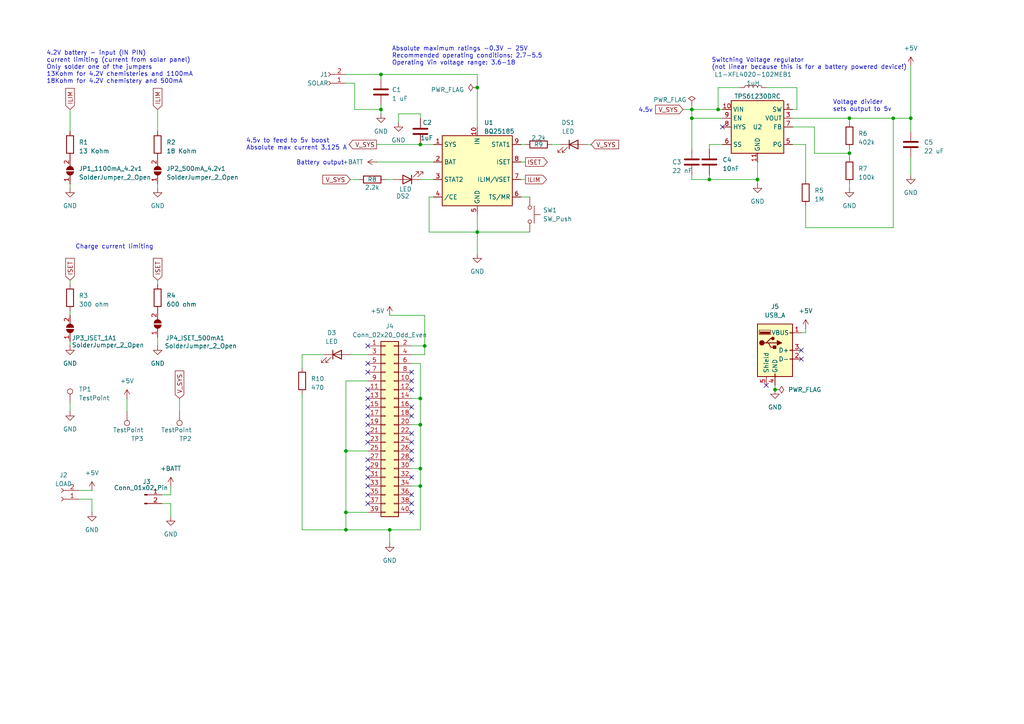
<source format=kicad_sch>
(kicad_sch (version 20250114) (generator "eeschema") (generator_version "9.0")
  (paper "A4")
  (lib_symbols
    (symbol "+5V_1" (power) (pin_numbers (hide yes)) (pin_names (offset 0) (hide yes))
      (property "Value" "+5V" (at 0 3.556 0))
      (symbol "+5V_1_0_1"
        (polyline (pts (xy -0.762 1.27) (xy 0 2.54)))
        (polyline (pts (xy 0 2.54) (xy 0.762 1.27)))
        (polyline (pts (xy 0 0) (xy 0 2.54)))
      )
      (symbol "+5V_1_1_1"
        (pin power_in line (at 0 0 90) (length 0) (name "~") (number "1"))
      )
    )
    (symbol "+5V_2" (power) (pin_numbers (hide yes)) (pin_names (offset 0) (hide yes))
      (property "Value" "+5V" (at 0 3.556 0))
      (symbol "+5V_2_0_1"
        (polyline (pts (xy -0.762 1.27) (xy 0 2.54)))
        (polyline (pts (xy 0 2.54) (xy 0.762 1.27)))
        (polyline (pts (xy 0 0) (xy 0 2.54)))
      )
      (symbol "+5V_2_1_1"
        (pin power_in line (at 0 0 90) (length 0) (name "~") (number "1"))
      )
    )
    (symbol "+5V_3" (power) (pin_numbers (hide yes)) (pin_names (offset 0) (hide yes))
      (property "Value" "+5V" (at 0 3.556 0))
      (symbol "+5V_3_0_1"
        (polyline (pts (xy -0.762 1.27) (xy 0 2.54)))
        (polyline (pts (xy 0 2.54) (xy 0.762 1.27)))
        (polyline (pts (xy 0 0) (xy 0 2.54)))
      )
      (symbol "+5V_3_1_1"
        (pin power_in line (at 0 0 90) (length 0) (name "~") (number "1"))
      )
    )
    (symbol "+5V_4" (power) (pin_numbers (hide yes)) (pin_names (offset 0) (hide yes))
      (property "Value" "+5V" (at 0 3.556 0))
      (symbol "+5V_4_0_1"
        (polyline (pts (xy -0.762 1.27) (xy 0 2.54)))
        (polyline (pts (xy 0 2.54) (xy 0.762 1.27)))
        (polyline (pts (xy 0 0) (xy 0 2.54)))
      )
      (symbol "+5V_4_1_1"
        (pin power_in line (at 0 0 90) (length 0) (name "~") (number "1"))
      )
    )
    (symbol "+BATT_1" (power) (pin_numbers (hide yes)) (pin_names (offset 0) (hide yes))
      (property "Value" "+BATT" (at 0 3.556 0))
      (symbol "+BATT_1_0_1"
        (polyline (pts (xy -0.762 1.27) (xy 0 2.54)))
        (polyline (pts (xy 0 2.54) (xy 0.762 1.27)))
        (polyline (pts (xy 0 0) (xy 0 2.54)))
      )
      (symbol "+BATT_1_1_1"
        (pin power_in line (at 0 0 90) (length 0) (name "~") (number "1"))
      )
    )
    (symbol "Battery_Management:BQ25185"
      (property "Reference" "U" (at -10.16 16.51 0))
      (property "Value" "BQ25185" (at 6.35 16.51 0))
      (symbol "BQ25185_1_1"
        (rectangle (start -10.16 10.16) (end 10.16 -10.16) (stroke (width 0.254)) (fill (type background)))
        (pin power_in line (at -12.7 7.62 0) (length 2.54) (name "SYS") (number "1"))
        (pin power_out line (at -12.7 2.54 0) (length 2.54) (name "BAT") (number "2"))
        (pin output line (at -12.7 -2.54 0) (length 2.54) (name "STAT2") (number "3"))
        (pin input line (at -12.7 -7.62 0) (length 2.54) (name "/CE") (number "4"))
        (pin power_in line (at 0 12.7 270) (length 2.54) (name "IN") (number "10"))
        (pin power_in line (at 0 -12.7 90) (length 2.54) (name "GND") (number "5"))
        (pin output line (at 12.7 7.62 180) (length 2.54) (name "STAT1") (number "9"))
        (pin bidirectional line (at 12.7 2.54 180) (length 2.54) (name "ISET") (number "8"))
        (pin bidirectional line (at 12.7 -2.54 180) (length 2.54) (name "ILIM/VSET") (number "7"))
        (pin bidirectional line (at 12.7 -7.62 180) (length 2.54) (name "TS/MR") (number "6"))
      )
    )
    (symbol "Connector:Conn_01x02_Pin" (pin_names (offset 1.016) (hide yes))
      (property "Reference" "J" (at 0 2.54 0))
      (property "Value" "Conn_01x02_Pin" (at 0 -5.08 0))
      (symbol "Conn_01x02_Pin_1_1"
        (rectangle (start 0.8636 0.127) (end 0 -0.127) (stroke (width 0.1524)) (fill (type outline)))
        (rectangle (start 0.8636 -2.413) (end 0 -2.667) (stroke (width 0.1524)) (fill (type outline)))
        (polyline (pts (xy 1.27 0) (xy 0.8636 0)) (stroke (width 0.1524)))
        (polyline (pts (xy 1.27 -2.54) (xy 0.8636 -2.54)) (stroke (width 0.1524)))
        (pin passive line (at 5.08 0 180) (length 3.81) (name "Pin_1") (number "1"))
        (pin passive line (at 5.08 -2.54 180) (length 3.81) (name "Pin_2") (number "2"))
      )
    )
    (symbol "Connector:Conn_01x02_Socket" (pin_names (offset 1.016) (hide yes))
      (property "Reference" "J" (at 0 2.54 0))
      (property "Value" "Conn_01x02_Socket" (at 0 -5.08 0))
      (symbol "Conn_01x02_Socket_1_1"
        (polyline (pts (xy -1.27 0) (xy -0.508 0)) (stroke (width 0.1524)))
        (polyline (pts (xy -1.27 -2.54) (xy -0.508 -2.54)) (stroke (width 0.1524)))
        (arc (start 0 -0.508) (mid -0.5058 0) (end 0 0.508) (stroke (width 0.1524)))
        (arc (start 0 -3.048) (mid -0.5058 -2.54) (end 0 -2.032) (stroke (width 0.1524)))
        (pin passive line (at -5.08 0 0) (length 3.81) (name "Pin_1") (number "1"))
        (pin passive line (at -5.08 -2.54 0) (length 3.81) (name "Pin_2") (number "2"))
      )
    )
    (symbol "Connector:TestPoint" (pin_numbers (hide yes)) (pin_names (offset 0.762) (hide yes))
      (property "Reference" "TP" (at 0 6.858 0))
      (property "Value" "TestPoint" (at 0 5.08 0))
      (symbol "TestPoint_0_1"
        (circle (center 0 3.302) (radius 0.762))
      )
      (symbol "TestPoint_1_1"
        (pin passive line (at 0 0 90) (length 2.54) (name "1") (number "1"))
      )
    )
    (symbol "Connector:USB_A" (pin_names (offset 1.016))
      (property "Reference" "J" (at -5.08 11.43 0))
      (property "Value" "USB_A" (at -5.08 8.89 0))
      (symbol "USB_A_0_1"
        (rectangle (start -5.08 -7.62) (end 5.08 7.62) (stroke (width 0.254)) (fill (type background)))
        (circle (center -3.81 2.159) (radius 0.635) (stroke (width 0.254)) (fill (type outline)))
        (polyline (pts (xy -3.175 2.159) (xy -2.54 2.159) (xy -1.27 3.429) (xy -0.635 3.429)) (stroke (width 0.254)))
        (polyline (pts (xy -2.54 2.159) (xy -1.905 2.159) (xy -1.27 0.889) (xy 0 0.889)) (stroke (width 0.254)))
        (rectangle (start -1.524 4.826) (end -4.318 5.334) (fill (type outline)))
        (rectangle (start -1.27 4.572) (end -4.572 5.842))
        (circle (center -0.635 3.429) (radius 0.381) (stroke (width 0.254)) (fill (type outline)))
        (rectangle (start -0.127 -7.62) (end 0.127 -6.858))
        (rectangle (start 0.254 1.27) (end -0.508 0.508) (stroke (width 0.254)) (fill (type outline)))
        (polyline (pts (xy 0.635 2.794) (xy 0.635 1.524) (xy 1.905 2.159) (xy 0.635 2.794)) (stroke (width 0.254)) (fill (type outline)))
        (rectangle (start 5.08 4.953) (end 4.318 5.207))
        (rectangle (start 5.08 -0.127) (end 4.318 0.127))
        (rectangle (start 5.08 -2.667) (end 4.318 -2.413))
      )
      (symbol "USB_A_1_1"
        (polyline (pts (xy -1.905 2.159) (xy 0.635 2.159)) (stroke (width 0.254)))
        (pin passive line (at -2.54 -10.16 90) (length 2.54) (name "Shield") (number "5"))
        (pin power_in line (at 0 -10.16 90) (length 2.54) (name "GND") (number "4"))
        (pin power_in line (at 7.62 5.08 180) (length 2.54) (name "VBUS") (number "1"))
        (pin bidirectional line (at 7.62 0 180) (length 2.54) (name "D+") (number "3"))
        (pin bidirectional line (at 7.62 -2.54 180) (length 2.54) (name "D-") (number "2"))
      )
    )
    (symbol "Connector_Generic:Conn_02x20_Odd_Even" (pin_names (offset 1.016) (hide yes))
      (property "Reference" "J" (at 1.27 25.4 0))
      (property "Value" "Conn_02x20_Odd_Even" (at 1.27 -27.94 0))
      (symbol "Conn_02x20_Odd_Even_1_1"
        (rectangle (start -1.27 24.13) (end 3.81 -26.67) (stroke (width 0.254)) (fill (type background)))
        (rectangle (start -1.27 22.987) (end 0 22.733) (stroke (width 0.1524)))
        (rectangle (start -1.27 20.447) (end 0 20.193) (stroke (width 0.1524)))
        (rectangle (start -1.27 17.907) (end 0 17.653) (stroke (width 0.1524)))
        (rectangle (start -1.27 15.367) (end 0 15.113) (stroke (width 0.1524)))
        (rectangle (start -1.27 12.827) (end 0 12.573) (stroke (width 0.1524)))
        (rectangle (start -1.27 10.287) (end 0 10.033) (stroke (width 0.1524)))
        (rectangle (start -1.27 7.747) (end 0 7.493) (stroke (width 0.1524)))
        (rectangle (start -1.27 5.207) (end 0 4.953) (stroke (width 0.1524)))
        (rectangle (start -1.27 2.667) (end 0 2.413) (stroke (width 0.1524)))
        (rectangle (start -1.27 0.127) (end 0 -0.127) (stroke (width 0.1524)))
        (rectangle (start -1.27 -2.413) (end 0 -2.667) (stroke (width 0.1524)))
        (rectangle (start -1.27 -4.953) (end 0 -5.207) (stroke (width 0.1524)))
        (rectangle (start -1.27 -7.493) (end 0 -7.747) (stroke (width 0.1524)))
        (rectangle (start -1.27 -10.033) (end 0 -10.287) (stroke (width 0.1524)))
        (rectangle (start -1.27 -12.573) (end 0 -12.827) (stroke (width 0.1524)))
        (rectangle (start -1.27 -15.113) (end 0 -15.367) (stroke (width 0.1524)))
        (rectangle (start -1.27 -17.653) (end 0 -17.907) (stroke (width 0.1524)))
        (rectangle (start -1.27 -20.193) (end 0 -20.447) (stroke (width 0.1524)))
        (rectangle (start -1.27 -22.733) (end 0 -22.987) (stroke (width 0.1524)))
        (rectangle (start -1.27 -25.273) (end 0 -25.527) (stroke (width 0.1524)))
        (rectangle (start 3.81 22.987) (end 2.54 22.733) (stroke (width 0.1524)))
        (rectangle (start 3.81 20.447) (end 2.54 20.193) (stroke (width 0.1524)))
        (rectangle (start 3.81 17.907) (end 2.54 17.653) (stroke (width 0.1524)))
        (rectangle (start 3.81 15.367) (end 2.54 15.113) (stroke (width 0.1524)))
        (rectangle (start 3.81 12.827) (end 2.54 12.573) (stroke (width 0.1524)))
        (rectangle (start 3.81 10.287) (end 2.54 10.033) (stroke (width 0.1524)))
        (rectangle (start 3.81 7.747) (end 2.54 7.493) (stroke (width 0.1524)))
        (rectangle (start 3.81 5.207) (end 2.54 4.953) (stroke (width 0.1524)))
        (rectangle (start 3.81 2.667) (end 2.54 2.413) (stroke (width 0.1524)))
        (rectangle (start 3.81 0.127) (end 2.54 -0.127) (stroke (width 0.1524)))
        (rectangle (start 3.81 -2.413) (end 2.54 -2.667) (stroke (width 0.1524)))
        (rectangle (start 3.81 -4.953) (end 2.54 -5.207) (stroke (width 0.1524)))
        (rectangle (start 3.81 -7.493) (end 2.54 -7.747) (stroke (width 0.1524)))
        (rectangle (start 3.81 -10.033) (end 2.54 -10.287) (stroke (width 0.1524)))
        (rectangle (start 3.81 -12.573) (end 2.54 -12.827) (stroke (width 0.1524)))
        (rectangle (start 3.81 -15.113) (end 2.54 -15.367) (stroke (width 0.1524)))
        (rectangle (start 3.81 -17.653) (end 2.54 -17.907) (stroke (width 0.1524)))
        (rectangle (start 3.81 -20.193) (end 2.54 -20.447) (stroke (width 0.1524)))
        (rectangle (start 3.81 -22.733) (end 2.54 -22.987) (stroke (width 0.1524)))
        (rectangle (start 3.81 -25.273) (end 2.54 -25.527) (stroke (width 0.1524)))
        (pin passive line (at -5.08 22.86 0) (length 3.81) (name "Pin_1") (number "1"))
        (pin passive line (at -5.08 20.32 0) (length 3.81) (name "Pin_3") (number "3"))
        (pin passive line (at -5.08 17.78 0) (length 3.81) (name "Pin_5") (number "5"))
        (pin passive line (at -5.08 15.24 0) (length 3.81) (name "Pin_7") (number "7"))
        (pin passive line (at -5.08 12.7 0) (length 3.81) (name "Pin_9") (number "9"))
        (pin passive line (at -5.08 10.16 0) (length 3.81) (name "Pin_11") (number "11"))
        (pin passive line (at -5.08 7.62 0) (length 3.81) (name "Pin_13") (number "13"))
        (pin passive line (at -5.08 5.08 0) (length 3.81) (name "Pin_15") (number "15"))
        (pin passive line (at -5.08 2.54 0) (length 3.81) (name "Pin_17") (number "17"))
        (pin passive line (at -5.08 0 0) (length 3.81) (name "Pin_19") (number "19"))
        (pin passive line (at -5.08 -2.54 0) (length 3.81) (name "Pin_21") (number "21"))
        (pin passive line (at -5.08 -5.08 0) (length 3.81) (name "Pin_23") (number "23"))
        (pin passive line (at -5.08 -7.62 0) (length 3.81) (name "Pin_25") (number "25"))
        (pin passive line (at -5.08 -10.16 0) (length 3.81) (name "Pin_27") (number "27"))
        (pin passive line (at -5.08 -12.7 0) (length 3.81) (name "Pin_29") (number "29"))
        (pin passive line (at -5.08 -15.24 0) (length 3.81) (name "Pin_31") (number "31"))
        (pin passive line (at -5.08 -17.78 0) (length 3.81) (name "Pin_33") (number "33"))
        (pin passive line (at -5.08 -20.32 0) (length 3.81) (name "Pin_35") (number "35"))
        (pin passive line (at -5.08 -22.86 0) (length 3.81) (name "Pin_37") (number "37"))
        (pin passive line (at -5.08 -25.4 0) (length 3.81) (name "Pin_39") (number "39"))
        (pin passive line (at 7.62 22.86 180) (length 3.81) (name "Pin_2") (number "2"))
        (pin passive line (at 7.62 20.32 180) (length 3.81) (name "Pin_4") (number "4"))
        (pin passive line (at 7.62 17.78 180) (length 3.81) (name "Pin_6") (number "6"))
        (pin passive line (at 7.62 15.24 180) (length 3.81) (name "Pin_8") (number "8"))
        (pin passive line (at 7.62 12.7 180) (length 3.81) (name "Pin_10") (number "10"))
        (pin passive line (at 7.62 10.16 180) (length 3.81) (name "Pin_12") (number "12"))
        (pin passive line (at 7.62 7.62 180) (length 3.81) (name "Pin_14") (number "14"))
        (pin passive line (at 7.62 5.08 180) (length 3.81) (name "Pin_16") (number "16"))
        (pin passive line (at 7.62 2.54 180) (length 3.81) (name "Pin_18") (number "18"))
        (pin passive line (at 7.62 0 180) (length 3.81) (name "Pin_20") (number "20"))
        (pin passive line (at 7.62 -2.54 180) (length 3.81) (name "Pin_22") (number "22"))
        (pin passive line (at 7.62 -5.08 180) (length 3.81) (name "Pin_24") (number "24"))
        (pin passive line (at 7.62 -7.62 180) (length 3.81) (name "Pin_26") (number "26"))
        (pin passive line (at 7.62 -10.16 180) (length 3.81) (name "Pin_28") (number "28"))
        (pin passive line (at 7.62 -12.7 180) (length 3.81) (name "Pin_30") (number "30"))
        (pin passive line (at 7.62 -15.24 180) (length 3.81) (name "Pin_32") (number "32"))
        (pin passive line (at 7.62 -17.78 180) (length 3.81) (name "Pin_34") (number "34"))
        (pin passive line (at 7.62 -20.32 180) (length 3.81) (name "Pin_36") (number "36"))
        (pin passive line (at 7.62 -22.86 180) (length 3.81) (name "Pin_38") (number "38"))
        (pin passive line (at 7.62 -25.4 180) (length 3.81) (name "Pin_40") (number "40"))
      )
    )
    (symbol "Device:C" (pin_numbers (hide yes)) (pin_names (offset 0.254))
      (property "Reference" "C" (at 0.635 2.54 0))
      (property "Value" "C" (at 0.635 -2.54 0))
      (symbol "C_0_1"
        (polyline (pts (xy -2.032 0.762) (xy 2.032 0.762)) (stroke (width 0.508)))
        (polyline (pts (xy -2.032 -0.762) (xy 2.032 -0.762)) (stroke (width 0.508)))
      )
      (symbol "C_1_1"
        (pin passive line (at 0 3.81 270) (length 2.794) (name "~") (number "1"))
        (pin passive line (at 0 -3.81 90) (length 2.794) (name "~") (number "2"))
      )
    )
    (symbol "Device:L" (pin_numbers (hide yes)) (pin_names (offset 1.016) (hide yes))
      (property "Reference" "L" (at -1.27 0 90))
      (property "Value" "L" (at 1.905 0 90))
      (symbol "L_0_1"
        (arc (start 0 2.54) (mid 0.6323 1.905) (end 0 1.27))
        (arc (start 0 1.27) (mid 0.6323 0.635) (end 0 0))
        (arc (start 0 0) (mid 0.6323 -0.635) (end 0 -1.27))
        (arc (start 0 -1.27) (mid 0.6323 -1.905) (end 0 -2.54))
      )
      (symbol "L_1_1"
        (pin passive line (at 0 3.81 270) (length 1.27) (name "1") (number "1"))
        (pin passive line (at 0 -3.81 90) (length 1.27) (name "2") (number "2"))
      )
    )
    (symbol "Device:LED" (pin_numbers (hide yes)) (pin_names (offset 1.016) (hide yes))
      (property "Reference" "D" (at 0 2.54 0))
      (property "Value" "LED" (at 0 -2.54 0))
      (symbol "LED_0_1"
        (polyline (pts (xy -3.048 -0.762) (xy -4.572 -2.286) (xy -3.81 -2.286) (xy -4.572 -2.286) (xy -4.572 -1.524)))
        (polyline (pts (xy -1.778 -0.762) (xy -3.302 -2.286) (xy -2.54 -2.286) (xy -3.302 -2.286) (xy -3.302 -1.524)))
        (polyline (pts (xy -1.27 0) (xy 1.27 0)))
        (polyline (pts (xy -1.27 -1.27) (xy -1.27 1.27)) (stroke (width 0.254)))
        (polyline (pts (xy 1.27 -1.27) (xy 1.27 1.27) (xy -1.27 0) (xy 1.27 -1.27)) (stroke (width 0.254)))
      )
      (symbol "LED_1_1"
        (pin passive line (at -3.81 0 0) (length 2.54) (name "K") (number "1"))
        (pin passive line (at 3.81 0 180) (length 2.54) (name "A") (number "2"))
      )
    )
    (symbol "Device:R" (pin_numbers (hide yes)) (pin_names (offset 0))
      (property "Reference" "R" (at 2.032 0 90))
      (property "Value" "R" (at 0 0 90))
      (symbol "R_0_1"
        (rectangle (start -1.016 -2.54) (end 1.016 2.54) (stroke (width 0.254)))
      )
      (symbol "R_1_1"
        (pin passive line (at 0 3.81 270) (length 1.27) (name "~") (number "1"))
        (pin passive line (at 0 -3.81 90) (length 1.27) (name "~") (number "2"))
      )
    )
    (symbol "GND_1" (power) (pin_numbers (hide yes)) (pin_names (offset 0) (hide yes))
      (property "Value" "GND" (at 0 -3.81 0))
      (symbol "GND_1_0_1"
        (polyline (pts (xy 0 0) (xy 0 -1.27) (xy 1.27 -1.27) (xy 0 -2.54) (xy -1.27 -1.27) (xy 0 -1.27)))
      )
      (symbol "GND_1_1_1"
        (pin power_in line (at 0 0 270) (length 0) (name "~") (number "1"))
      )
    )
    (symbol "GND_10" (power) (pin_numbers (hide yes)) (pin_names (offset 0) (hide yes))
      (property "Value" "GND" (at 0 -3.81 0))
      (symbol "GND_10_0_1"
        (polyline (pts (xy 0 0) (xy 0 -1.27) (xy 1.27 -1.27) (xy 0 -2.54) (xy -1.27 -1.27) (xy 0 -1.27)))
      )
      (symbol "GND_10_1_1"
        (pin power_in line (at 0 0 270) (length 0) (name "~") (number "1"))
      )
    )
    (symbol "GND_11" (power) (pin_numbers (hide yes)) (pin_names (offset 0) (hide yes))
      (property "Value" "GND" (at 0 -3.81 0))
      (symbol "GND_11_0_1"
        (polyline (pts (xy 0 0) (xy 0 -1.27) (xy 1.27 -1.27) (xy 0 -2.54) (xy -1.27 -1.27) (xy 0 -1.27)))
      )
      (symbol "GND_11_1_1"
        (pin power_in line (at 0 0 270) (length 0) (name "~") (number "1"))
      )
    )
    (symbol "GND_12" (power) (pin_numbers (hide yes)) (pin_names (offset 0) (hide yes))
      (property "Value" "GND" (at 0 -3.81 0))
      (symbol "GND_12_0_1"
        (polyline (pts (xy 0 0) (xy 0 -1.27) (xy 1.27 -1.27) (xy 0 -2.54) (xy -1.27 -1.27) (xy 0 -1.27)))
      )
      (symbol "GND_12_1_1"
        (pin power_in line (at 0 0 270) (length 0) (name "~") (number "1"))
      )
    )
    (symbol "GND_15" (power) (pin_numbers (hide yes)) (pin_names (offset 0) (hide yes))
      (property "Value" "GND" (at 0 -3.81 0))
      (symbol "GND_15_0_1"
        (polyline (pts (xy 0 0) (xy 0 -1.27) (xy 1.27 -1.27) (xy 0 -2.54) (xy -1.27 -1.27) (xy 0 -1.27)))
      )
      (symbol "GND_15_1_1"
        (pin power_in line (at 0 0 270) (length 0) (name "~") (number "1"))
      )
    )
    (symbol "GND_16" (power) (pin_numbers (hide yes)) (pin_names (offset 0) (hide yes))
      (property "Value" "GND" (at 0 -3.81 0))
      (symbol "GND_16_0_1"
        (polyline (pts (xy 0 0) (xy 0 -1.27) (xy 1.27 -1.27) (xy 0 -2.54) (xy -1.27 -1.27) (xy 0 -1.27)))
      )
      (symbol "GND_16_1_1"
        (pin power_in line (at 0 0 270) (length 0) (name "~") (number "1"))
      )
    )
    (symbol "GND_17" (power) (pin_numbers (hide yes)) (pin_names (offset 0) (hide yes))
      (property "Value" "GND" (at 0 -3.81 0))
      (symbol "GND_17_0_1"
        (polyline (pts (xy 0 0) (xy 0 -1.27) (xy 1.27 -1.27) (xy 0 -2.54) (xy -1.27 -1.27) (xy 0 -1.27)))
      )
      (symbol "GND_17_1_1"
        (pin power_in line (at 0 0 270) (length 0) (name "~") (number "1"))
      )
    )
    (symbol "GND_2" (power) (pin_numbers (hide yes)) (pin_names (offset 0) (hide yes))
      (property "Value" "GND" (at 0 -3.81 0))
      (symbol "GND_2_0_1"
        (polyline (pts (xy 0 0) (xy 0 -1.27) (xy 1.27 -1.27) (xy 0 -2.54) (xy -1.27 -1.27) (xy 0 -1.27)))
      )
      (symbol "GND_2_1_1"
        (pin power_in line (at 0 0 270) (length 0) (name "~") (number "1"))
      )
    )
    (symbol "GND_3" (power) (pin_numbers (hide yes)) (pin_names (offset 0) (hide yes))
      (property "Value" "GND" (at 0 -3.81 0))
      (symbol "GND_3_0_1"
        (polyline (pts (xy 0 0) (xy 0 -1.27) (xy 1.27 -1.27) (xy 0 -2.54) (xy -1.27 -1.27) (xy 0 -1.27)))
      )
      (symbol "GND_3_1_1"
        (pin power_in line (at 0 0 270) (length 0) (name "~") (number "1"))
      )
    )
    (symbol "GND_4" (power) (pin_numbers (hide yes)) (pin_names (offset 0) (hide yes))
      (property "Value" "GND" (at 0 -3.81 0))
      (symbol "GND_4_0_1"
        (polyline (pts (xy 0 0) (xy 0 -1.27) (xy 1.27 -1.27) (xy 0 -2.54) (xy -1.27 -1.27) (xy 0 -1.27)))
      )
      (symbol "GND_4_1_1"
        (pin power_in line (at 0 0 270) (length 0) (name "~") (number "1"))
      )
    )
    (symbol "GND_5" (power) (pin_numbers (hide yes)) (pin_names (offset 0) (hide yes))
      (property "Value" "GND" (at 0 -3.81 0))
      (symbol "GND_5_0_1"
        (polyline (pts (xy 0 0) (xy 0 -1.27) (xy 1.27 -1.27) (xy 0 -2.54) (xy -1.27 -1.27) (xy 0 -1.27)))
      )
      (symbol "GND_5_1_1"
        (pin power_in line (at 0 0 270) (length 0) (name "~") (number "1"))
      )
    )
    (symbol "GND_6" (power) (pin_numbers (hide yes)) (pin_names (offset 0) (hide yes))
      (property "Value" "GND" (at 0 -3.81 0))
      (symbol "GND_6_0_1"
        (polyline (pts (xy 0 0) (xy 0 -1.27) (xy 1.27 -1.27) (xy 0 -2.54) (xy -1.27 -1.27) (xy 0 -1.27)))
      )
      (symbol "GND_6_1_1"
        (pin power_in line (at 0 0 270) (length 0) (name "~") (number "1"))
      )
    )
    (symbol "GND_9" (power) (pin_numbers (hide yes)) (pin_names (offset 0) (hide yes))
      (property "Value" "GND" (at 0 -3.81 0))
      (symbol "GND_9_0_1"
        (polyline (pts (xy 0 0) (xy 0 -1.27) (xy 1.27 -1.27) (xy 0 -2.54) (xy -1.27 -1.27) (xy 0 -1.27)))
      )
      (symbol "GND_9_1_1"
        (pin power_in line (at 0 0 270) (length 0) (name "~") (number "1"))
      )
    )
    (symbol "Jumper:SolderJumper_2_Open" (pin_names (offset 0) (hide yes))
      (property "Reference" "JP" (at 0 2.032 0))
      (property "Value" "SolderJumper_2_Open" (at 0 -2.54 0))
      (symbol "SolderJumper_2_Open_0_1"
        (polyline (pts (xy -0.254 1.016) (xy -0.254 -1.016)))
        (arc (start -0.254 -1.016) (mid -1.2656 0) (end -0.254 1.016))
        (arc (start -0.254 -1.016) (mid -1.2656 0) (end -0.254 1.016) (fill (type outline)))
        (arc (start 0.254 1.016) (mid 1.2656 0) (end 0.254 -1.016))
        (arc (start 0.254 1.016) (mid 1.2656 0) (end 0.254 -1.016) (fill (type outline)))
        (polyline (pts (xy 0.254 1.016) (xy 0.254 -1.016)))
      )
      (symbol "SolderJumper_2_Open_1_1"
        (pin passive line (at -3.81 0 0) (length 2.54) (name "A") (number "1"))
        (pin passive line (at 3.81 0 180) (length 2.54) (name "B") (number "2"))
      )
    )
    (symbol "LED_1" (pin_numbers (hide yes)) (pin_names (offset 1.016) (hide yes))
      (property "Reference" "D" (at 0 2.54 0))
      (property "Value" "LED" (at 0 -2.54 0))
      (symbol "LED_1_0_1"
        (polyline (pts (xy -3.048 -0.762) (xy -4.572 -2.286) (xy -3.81 -2.286) (xy -4.572 -2.286) (xy -4.572 -1.524)))
        (polyline (pts (xy -1.778 -0.762) (xy -3.302 -2.286) (xy -2.54 -2.286) (xy -3.302 -2.286) (xy -3.302 -1.524)))
        (polyline (pts (xy -1.27 0) (xy 1.27 0)))
        (polyline (pts (xy -1.27 -1.27) (xy -1.27 1.27)) (stroke (width 0.254)))
        (polyline (pts (xy 1.27 -1.27) (xy 1.27 1.27) (xy -1.27 0) (xy 1.27 -1.27)) (stroke (width 0.254)))
      )
      (symbol "LED_1_1_1"
        (pin passive line (at -3.81 0 0) (length 2.54) (name "K") (number "1"))
        (pin passive line (at 3.81 0 180) (length 2.54) (name "A") (number "2"))
      )
    )
    (symbol "LED_2" (pin_numbers (hide yes)) (pin_names (offset 1.016) (hide yes))
      (property "Reference" "D" (at 0 2.54 0))
      (property "Value" "LED" (at 0 -2.54 0))
      (symbol "LED_2_0_1"
        (polyline (pts (xy -3.048 -0.762) (xy -4.572 -2.286) (xy -3.81 -2.286) (xy -4.572 -2.286) (xy -4.572 -1.524)))
        (polyline (pts (xy -1.778 -0.762) (xy -3.302 -2.286) (xy -2.54 -2.286) (xy -3.302 -2.286) (xy -3.302 -1.524)))
        (polyline (pts (xy -1.27 0) (xy 1.27 0)))
        (polyline (pts (xy -1.27 -1.27) (xy -1.27 1.27)) (stroke (width 0.254)))
        (polyline (pts (xy 1.27 -1.27) (xy 1.27 1.27) (xy -1.27 0) (xy 1.27 -1.27)) (stroke (width 0.254)))
      )
      (symbol "LED_2_1_1"
        (pin passive line (at -3.81 0 0) (length 2.54) (name "K") (number "1"))
        (pin passive line (at 3.81 0 180) (length 2.54) (name "A") (number "2"))
      )
    )
    (symbol "PWR_FLAG_1" (power) (pin_numbers (hide yes)) (pin_names (offset 0) (hide yes))
      (property "Value" "PWR_FLAG" (at 0 3.81 0))
      (symbol "PWR_FLAG_1_0_0"
        (pin power_out line (at 0 0 90) (length 0) (name "~") (number "1"))
      )
      (symbol "PWR_FLAG_1_0_1"
        (polyline (pts (xy 0 0) (xy 0 1.27) (xy -1.016 1.905) (xy 0 2.54) (xy 1.016 1.905) (xy 0 1.27)))
      )
    )
    (symbol "Regulator_Switching:TPS61230DRC"
      (property "Reference" "U" (at -7.62 11.43 0))
      (property "Value" "TPS61230DRC" (at -7.62 8.89 0))
      (symbol "TPS61230DRC_0_1"
        (rectangle (start -7.62 7.62) (end 7.62 -7.62) (stroke (width 0.254)) (fill (type background)))
      )
      (symbol "TPS61230DRC_1_1"
        (pin power_in line (at -10.16 5.08 0) (length 2.54) (name "VIN") (number "10"))
        (pin input line (at -10.16 2.54 0) (length 2.54) (name "EN") (number "9"))
        (pin output line (at -10.16 0 0) (length 2.54) (name "HYS") (number "8"))
        (pin input line (at -10.16 -5.08 0) (length 2.54) (name "SS") (number "6"))
        (pin power_in line (at 0 -10.16 90) (length 2.54) (name "GND") (number "11"))
        (pin power_out line (at 10.16 5.08 180) (length 2.54) (name "SW") (number "1"))
        (pin passive line (at 10.16 5.08 180) (length 2.54) (hide yes) (name "SW") (number "2"))
        (pin power_out line (at 10.16 2.54 180) (length 2.54) (name "VOUT") (number "3"))
        (pin passive line (at 10.16 2.54 180) (length 2.54) (hide yes) (name "VOUT") (number "4"))
        (pin input line (at 10.16 0 180) (length 2.54) (name "FB") (number "7"))
        (pin output line (at 10.16 -5.08 180) (length 2.54) (name "PG") (number "5"))
      )
    )
    (symbol "Switch:SW_Push" (pin_numbers (hide yes)) (pin_names (offset 1.016) (hide yes))
      (property "Reference" "SW" (at 1.27 2.54 0))
      (property "Value" "SW_Push" (at 0 -1.524 0))
      (symbol "SW_Push_0_1"
        (circle (center -2.032 0) (radius 0.508))
        (polyline (pts (xy 0 1.27) (xy 0 3.048)))
        (circle (center 2.032 0) (radius 0.508))
        (polyline (pts (xy 2.54 1.27) (xy -2.54 1.27)))
        (pin passive line (at -5.08 0 0) (length 2.54) (name "1") (number "1"))
        (pin passive line (at 5.08 0 180) (length 2.54) (name "2") (number "2"))
      )
    )
    (symbol "power:+5V" (power) (pin_numbers (hide yes)) (pin_names (offset 0) (hide yes))
      (property "Value" "+5V" (at 0 3.556 0))
      (symbol "+5V_0_1"
        (polyline (pts (xy -0.762 1.27) (xy 0 2.54)))
        (polyline (pts (xy 0 2.54) (xy 0.762 1.27)))
        (polyline (pts (xy 0 0) (xy 0 2.54)))
      )
      (symbol "+5V_1_1"
        (pin power_in line (at 0 0 90) (length 0) (name "~") (number "1"))
      )
    )
    (symbol "power:+BATT" (power) (pin_numbers (hide yes)) (pin_names (offset 0) (hide yes))
      (property "Value" "+BATT" (at 0 3.556 0))
      (symbol "+BATT_0_1"
        (polyline (pts (xy -0.762 1.27) (xy 0 2.54)))
        (polyline (pts (xy 0 2.54) (xy 0.762 1.27)))
        (polyline (pts (xy 0 0) (xy 0 2.54)))
      )
      (symbol "+BATT_1_1"
        (pin power_in line (at 0 0 90) (length 0) (name "~") (number "1"))
      )
    )
    (symbol "power:GND" (power) (pin_numbers (hide yes)) (pin_names (offset 0) (hide yes))
      (property "Value" "GND" (at 0 -3.81 0))
      (symbol "GND_0_1"
        (polyline (pts (xy 0 0) (xy 0 -1.27) (xy 1.27 -1.27) (xy 0 -2.54) (xy -1.27 -1.27) (xy 0 -1.27)))
      )
      (symbol "GND_1_1"
        (pin power_in line (at 0 0 270) (length 0) (name "~") (number "1"))
      )
    )
    (symbol "power:PWR_FLAG" (power) (pin_numbers (hide yes)) (pin_names (offset 0) (hide yes))
      (property "Value" "PWR_FLAG" (at 0 3.81 0))
      (symbol "PWR_FLAG_0_0"
        (pin power_out line (at 0 0 90) (length 0) (name "pwr") (number "1"))
      )
      (symbol "PWR_FLAG_0_1"
        (polyline (pts (xy 0 0) (xy 0 1.27) (xy -1.016 1.905) (xy 0 2.54) (xy 1.016 1.905) (xy 0 1.27)))
      )
    )
  )
  (text "Absolute maximum ratings -0.3V - 25V\nRecommended operating conditions: 2.7-5.5\nOperating Vin voltage range: 3.6-18\n" (at 113.665 19.05 0) (effects (font (size 1.27 1.27)) (justify left bottom)))
  (text "Switching Voltage regulator\n(not linear because this is for a battery powered device!)" (at 206.375 20.32 0) (effects (font (size 1.27 1.27)) (justify left bottom)))
  (text "Charge current limiting" (at 21.844 72.39 0) (effects (font (size 1.27 1.27)) (justify left bottom)))
  (text "4.2V battery - input (IN PIN) \ncurrent limiting (current from solar panel)\nOnly solder one of the jumpers\n13Kohm for 4.2V chemisteries and 1100mA\n18Kohm for 4.2V chemistery and 500mA\n" (at 13.462 24.384 0) (effects (font (size 1.27 1.27)) (justify left bottom)))
  (text "Voltage divider \nsets output to 5v\n" (at 241.554 32.512 0) (effects (font (size 1.27 1.27)) (justify left bottom)))
  (text "4.5v\n" (at 185.166 32.766 0) (effects (font (size 1.27 1.27)) (justify left bottom)))
  (text "4.5v to feed to 5v boost\nAbsolute max current 3.125 A\n" (at 71.374 43.688 0) (effects (font (size 1.27 1.27)) (justify left bottom)))
  (text "Battery output\n" (at 99.822 48.006 0) (effects (font (size 1.27 1.27)) (justify right bottom)))
  (junction (at 123.19 100.33))
  (junction (at 100.33 130.81))
  (junction (at 121.92 41.91))
  (junction (at 121.92 140.97))
  (junction (at 200.66 31.75))
  (junction (at 259.08 34.29))
  (junction (at 224.79 113.03))
  (junction (at 208.28 31.75))
  (junction (at 121.92 115.57))
  (junction (at 219.71 52.07))
  (junction (at 110.49 21.59))
  (junction (at 205.74 52.07))
  (junction (at 246.38 34.29))
  (junction (at 121.92 123.19))
  (junction (at 113.03 153.67))
  (junction (at 264.16 34.29))
  (junction (at 246.38 44.45))
  (junction (at 138.43 67.31))
  (junction (at 100.33 153.67))
  (junction (at 200.66 34.29))
  (junction (at 121.92 135.89))
  (junction (at 100.33 148.59))
  (junction (at 110.49 31.75))
  (junction (at 138.43 25.4))
  (no_connect (at 119.38 107.95))
  (no_connect (at 106.68 138.43))
  (no_connect (at 106.68 146.05))
  (no_connect (at 232.41 101.6))
  (no_connect (at 222.25 111.76))
  (no_connect (at 119.38 130.81))
  (no_connect (at 106.68 118.11))
  (no_connect (at 119.38 118.11))
  (no_connect (at 119.38 138.43))
  (no_connect (at 209.55 36.83))
  (no_connect (at 106.68 140.97))
  (no_connect (at 119.38 143.51))
  (no_connect (at 106.68 113.03))
  (no_connect (at 119.38 125.73))
  (no_connect (at 119.38 120.65))
  (no_connect (at 119.38 133.35))
  (no_connect (at 106.68 105.41))
  (no_connect (at 106.68 133.35))
  (no_connect (at 106.68 123.19))
  (no_connect (at 106.68 135.89))
  (no_connect (at 119.38 148.59))
  (no_connect (at 106.68 128.27))
  (no_connect (at 106.68 115.57))
  (no_connect (at 106.68 100.33))
  (no_connect (at 106.68 143.51))
  (no_connect (at 232.41 104.14))
  (no_connect (at 119.38 110.49))
  (no_connect (at 119.38 128.27))
  (no_connect (at 106.68 120.65))
  (no_connect (at 106.68 125.73))
  (no_connect (at 119.38 146.05))
  (no_connect (at 119.38 113.03))
  (no_connect (at 106.68 107.95))
  (wire (pts (xy 151.13 57.15) (xy 153.67 57.15)))
  (wire (pts (xy 233.68 66.04) (xy 259.08 66.04)))
  (wire (pts (xy 104.14 52.07) (xy 101.6 52.07)))
  (wire (pts (xy 115.57 33.02) (xy 115.57 35.56)))
  (wire (pts (xy 113.03 157.48) (xy 113.03 153.67)))
  (wire (pts (xy 20.32 81.28) (xy 20.32 82.55)))
  (wire (pts (xy 45.72 81.28) (xy 45.72 82.55)))
  (wire (pts (xy 106.68 110.49) (xy 100.33 110.49)))
  (wire (pts (xy 264.16 34.29) (xy 264.16 38.1)))
  (wire (pts (xy 121.92 115.57) (xy 121.92 123.19)))
  (wire (pts (xy 229.87 41.91) (xy 233.68 41.91)))
  (wire (pts (xy 138.43 25.4) (xy 138.43 36.83)))
  (wire (pts (xy 110.49 31.75) (xy 110.49 30.48)))
  (wire (pts (xy 264.16 45.72) (xy 264.16 50.8)))
  (wire (pts (xy 111.76 52.07) (xy 114.3 52.07)))
  (wire (pts (xy 46.99 143.51) (xy 49.53 143.51)))
  (wire (pts (xy 119.38 123.19) (xy 121.92 123.19)))
  (wire (pts (xy 87.63 102.87) (xy 87.63 106.68)))
  (wire (pts (xy 208.28 31.75) (xy 209.55 31.75)))
  (wire (pts (xy 109.22 41.91) (xy 121.92 41.91)))
  (wire (pts (xy 101.6 102.87) (xy 106.68 102.87)))
  (wire (pts (xy 259.08 66.04) (xy 259.08 34.29)))
  (wire (pts (xy 110.49 22.86) (xy 110.49 21.59)))
  (wire (pts (xy 45.72 31.75) (xy 45.72 38.1)))
  (wire (pts (xy 231.14 25.4) (xy 231.14 31.75)))
  (wire (pts (xy 200.66 31.75) (xy 200.66 34.29)))
  (wire (pts (xy 259.08 34.29) (xy 246.38 34.29)))
  (wire (pts (xy 229.87 34.29) (xy 246.38 34.29)))
  (wire (pts (xy 49.53 143.51) (xy 49.53 140.97)))
  (wire (pts (xy 87.63 102.87) (xy 93.98 102.87)))
  (wire (pts (xy 200.66 52.07) (xy 205.74 52.07)))
  (wire (pts (xy 233.68 96.52) (xy 232.41 96.52)))
  (wire (pts (xy 138.43 67.31) (xy 153.67 67.31)))
  (wire (pts (xy 45.72 53.34) (xy 45.72 54.61)))
  (wire (pts (xy 222.25 25.4) (xy 231.14 25.4)))
  (wire (pts (xy 224.79 111.76) (xy 224.79 113.03)))
  (wire (pts (xy 160.02 41.91) (xy 162.56 41.91)))
  (wire (pts (xy 121.92 123.19) (xy 121.92 135.89)))
  (wire (pts (xy 138.43 67.31) (xy 138.43 73.66)))
  (wire (pts (xy 205.74 41.91) (xy 209.55 41.91)))
  (wire (pts (xy 138.43 62.23) (xy 138.43 67.31)))
  (wire (pts (xy 119.38 100.33) (xy 123.19 100.33)))
  (wire (pts (xy 124.46 57.15) (xy 125.73 57.15)))
  (wire (pts (xy 233.68 41.91) (xy 233.68 52.07)))
  (wire (pts (xy 87.63 153.67) (xy 100.33 153.67)))
  (wire (pts (xy 20.32 116.84) (xy 20.32 119.38)))
  (wire (pts (xy 198.12 31.75) (xy 200.66 31.75)))
  (wire (pts (xy 123.19 100.33) (xy 123.19 102.87)))
  (wire (pts (xy 205.74 52.07) (xy 219.71 52.07)))
  (wire (pts (xy 100.33 110.49) (xy 100.33 130.81)))
  (wire (pts (xy 121.92 140.97) (xy 121.92 135.89)))
  (wire (pts (xy 151.13 41.91) (xy 152.4 41.91)))
  (wire (pts (xy 264.16 19.05) (xy 264.16 34.29)))
  (wire (pts (xy 121.92 52.07) (xy 125.73 52.07)))
  (wire (pts (xy 219.71 52.07) (xy 219.71 53.34)))
  (wire (pts (xy 20.32 53.34) (xy 20.32 54.61)))
  (wire (pts (xy 110.49 21.59) (xy 138.43 21.59)))
  (wire (pts (xy 124.46 67.31) (xy 138.43 67.31)))
  (wire (pts (xy 26.67 144.78) (xy 26.67 148.59)))
  (wire (pts (xy 170.18 41.91) (xy 171.45 41.91)))
  (wire (pts (xy 233.68 95.25) (xy 233.68 96.52)))
  (wire (pts (xy 246.38 35.56) (xy 246.38 34.29)))
  (wire (pts (xy 151.13 52.07) (xy 152.4 52.07)))
  (wire (pts (xy 100.33 148.59) (xy 100.33 153.67)))
  (wire (pts (xy 121.92 41.91) (xy 125.73 41.91)))
  (wire (pts (xy 20.32 99.06) (xy 20.32 100.33)))
  (wire (pts (xy 46.99 146.05) (xy 49.53 146.05)))
  (wire (pts (xy 36.83 119.38) (xy 36.83 115.57)))
  (wire (pts (xy 231.14 31.75) (xy 229.87 31.75)))
  (wire (pts (xy 121.92 33.02) (xy 121.92 34.29)))
  (wire (pts (xy 115.57 33.02) (xy 121.92 33.02)))
  (wire (pts (xy 102.87 24.13) (xy 100.33 24.13)))
  (wire (pts (xy 45.72 97.79) (xy 45.72 100.33)))
  (wire (pts (xy 200.66 31.75) (xy 200.66 30.48)))
  (wire (pts (xy 121.92 135.89) (xy 119.38 135.89)))
  (wire (pts (xy 113.03 91.44) (xy 123.19 91.44)))
  (wire (pts (xy 259.08 34.29) (xy 264.16 34.29)))
  (wire (pts (xy 138.43 21.59) (xy 138.43 25.4)))
  (wire (pts (xy 219.71 46.99) (xy 219.71 52.07)))
  (wire (pts (xy 102.87 24.13) (xy 102.87 31.75)))
  (wire (pts (xy 119.38 115.57) (xy 121.92 115.57)))
  (wire (pts (xy 121.92 105.41) (xy 121.92 115.57)))
  (wire (pts (xy 200.66 34.29) (xy 209.55 34.29)))
  (wire (pts (xy 205.74 41.91) (xy 205.74 43.18)))
  (wire (pts (xy 100.33 21.59) (xy 110.49 21.59)))
  (wire (pts (xy 151.13 46.99) (xy 152.4 46.99)))
  (wire (pts (xy 233.68 59.69) (xy 233.68 66.04)))
  (wire (pts (xy 22.86 142.24) (xy 26.67 142.24)))
  (wire (pts (xy 110.49 31.75) (xy 110.49 33.02)))
  (wire (pts (xy 20.32 31.75) (xy 20.32 38.1)))
  (wire (pts (xy 200.66 31.75) (xy 208.28 31.75)))
  (wire (pts (xy 208.28 25.4) (xy 214.63 25.4)))
  (wire (pts (xy 236.22 36.83) (xy 229.87 36.83)))
  (wire (pts (xy 113.03 153.67) (xy 121.92 153.67)))
  (wire (pts (xy 52.07 119.38) (xy 52.07 115.57)))
  (wire (pts (xy 119.38 140.97) (xy 121.92 140.97)))
  (wire (pts (xy 246.38 45.72) (xy 246.38 44.45)))
  (wire (pts (xy 124.46 57.15) (xy 124.46 67.31)))
  (wire (pts (xy 87.63 114.3) (xy 87.63 153.67)))
  (wire (pts (xy 100.33 130.81) (xy 100.33 148.59)))
  (wire (pts (xy 20.32 91.44) (xy 20.32 90.17)))
  (wire (pts (xy 246.38 43.18) (xy 246.38 44.45)))
  (wire (pts (xy 246.38 54.61) (xy 246.38 53.34)))
  (wire (pts (xy 205.74 50.8) (xy 205.74 52.07)))
  (wire (pts (xy 106.68 148.59) (xy 100.33 148.59)))
  (wire (pts (xy 113.03 153.67) (xy 100.33 153.67)))
  (wire (pts (xy 200.66 34.29) (xy 200.66 43.18)))
  (wire (pts (xy 123.19 91.44) (xy 123.19 100.33)))
  (wire (pts (xy 102.87 31.75) (xy 110.49 31.75)))
  (wire (pts (xy 109.22 46.99) (xy 125.73 46.99)))
  (wire (pts (xy 119.38 105.41) (xy 121.92 105.41)))
  (wire (pts (xy 106.68 130.81) (xy 100.33 130.81)))
  (wire (pts (xy 236.22 44.45) (xy 236.22 36.83)))
  (wire (pts (xy 49.53 146.05) (xy 49.53 149.86)))
  (wire (pts (xy 121.92 153.67) (xy 121.92 140.97)))
  (wire (pts (xy 200.66 50.8) (xy 200.66 52.07)))
  (wire (pts (xy 22.86 144.78) (xy 26.67 144.78)))
  (wire (pts (xy 119.38 102.87) (xy 123.19 102.87)))
  (wire (pts (xy 208.28 31.75) (xy 208.28 25.4)))
  (wire (pts (xy 246.38 44.45) (xy 236.22 44.45)))
  (global_label "ISET" (shape input) (at 20.32 81.28 90) (property "Intersheetrefs" "${INTERSHEET_REFS}" (effects (hide yes))))
  (global_label "V_SYS" (shape input) (at 171.45 41.91 0) (property "Intersheetrefs" "${INTERSHEET_REFS}" (effects (hide yes))))
  (global_label "V_SYS" (shape input) (at 52.07 115.57 90) (property "Intersheetrefs" "${INTERSHEET_REFS}" (effects (hide yes))))
  (global_label "ILIM" (shape output) (at 152.4 52.07 0) (property "Intersheetrefs" "${INTERSHEET_REFS}" (effects (hide yes))))
  (global_label "V_SYS" (shape input) (at 198.12 31.75 180) (property "Intersheetrefs" "${INTERSHEET_REFS}" (effects (hide yes))))
  (global_label "ISET" (shape input) (at 45.72 81.28 90) (property "Intersheetrefs" "${INTERSHEET_REFS}" (effects (hide yes))))
  (global_label "V_SYS" (shape output) (at 109.22 41.91 180) (property "Intersheetrefs" "${INTERSHEET_REFS}" (effects (hide yes))))
  (global_label "ILIM" (shape input) (at 45.72 31.75 90) (property "Intersheetrefs" "${INTERSHEET_REFS}" (effects (hide yes))))
  (global_label "V_SYS" (shape input) (at 101.6 52.07 180) (property "Intersheetrefs" "${INTERSHEET_REFS}" (effects (hide yes))))
  (global_label "ILIM" (shape input) (at 20.32 31.75 90) (property "Intersheetrefs" "${INTERSHEET_REFS}" (effects (hide yes))))
  (global_label "ISET" (shape output) (at 152.4 46.99 0) (property "Intersheetrefs" "${INTERSHEET_REFS}" (effects (hide yes))))
  (symbol (lib_name "PWR_FLAG_1") (lib_id "power:PWR_FLAG") (at 224.79 113.03 270) (unit 1)
    (property "Reference" "#FLG03" (effects (hide yes)))
    (property "Value" "PWR_FLAG" (at 228.6 113.0299 90) (effects (justify left)))
    (property "Description" "Special symbol for telling ERC where power comes from" (effects (hide yes)))
  )
  (symbol (lib_name "LED_1") (lib_id "Device:LED") (at 97.79 102.87 0) (unit 1)
    (property "Reference" "D3" (at 96.2025 96.52 0))
    (property "Value" "LED" (at 96.2025 99.06 0))
    (property "Footprint" "LED_SMD:LED_1206_3216Metric_Pad1.42x1.75mm_HandSolder" (effects (hide yes)))
    (property "Description" "Light emitting diode" (effects (hide yes)))
    (property "Sim.Pins" "1=K 2=A" (effects (hide yes)))
  )
  (symbol (lib_name "GND_1") (lib_id "power:GND") (at 224.79 113.03 0) (unit 1)
    (property "Reference" "#PWR027" (effects (hide yes)))
    (property "Value" "GND" (at 224.79 118.11 0))
    (property "Description" "Power symbol creates a global label with name \"GND\" , ground" (effects (hide yes)))
  )
  (symbol (lib_id "Device:C") (at 121.92 38.1 180) (unit 1)
    (property "Reference" "C2" (at 122.555 35.56 0) (effects (justify right)))
    (property "Value" "1uF" (at 121.92 40.005 0) (effects (justify right)))
    (property "Footprint" "Capacitor_SMD:C_0805_2012Metric" (effects (hide yes)))
    (property "Description" "Ceramic capacitor" (effects (hide yes)))
  )
  (symbol (lib_id "power:GND") (at 219.71 53.34 0) (unit 1)
    (property "Reference" "#PWR08" (effects (hide yes)))
    (property "Value" "GND" (at 219.71 58.42 0))
    (property "Description" "Power symbol creates a global label with name \"GND\" , ground" (effects (hide yes)))
  )
  (symbol (lib_id "Device:LED") (at 118.11 52.07 180) (unit 1)
    (property "Reference" "DS2" (at 116.84 56.896 0))
    (property "Value" "LED" (at 117.602 54.864 0))
    (property "Footprint" "LED_SMD:LED_1206_3216Metric_Pad1.42x1.75mm_HandSolder" (effects (hide yes)))
    (property "Description" "Light emitting diode" (effects (hide yes)))
    (property "Sim.Pins" "1=K 2=A" (effects (hide yes)))
  )
  (symbol (lib_id "Connector:TestPoint") (at 20.32 116.84 0) (unit 1)
    (property "Reference" "TP1" (at 22.86 112.903 0) (effects (justify left)))
    (property "Value" "TestPoint" (at 22.86 115.443 0) (effects (justify left)))
    (property "Footprint" "TestPoint:TestPoint_Pad_D1.0mm" (effects (hide yes)))
  )
  (symbol (lib_name "LED_2") (lib_id "Device:LED") (at 166.37 41.91 0) (unit 1)
    (property "Reference" "DS1" (at 164.7825 35.56 0))
    (property "Value" "LED" (at 164.7825 38.1 0))
    (property "Footprint" "LED_SMD:LED_1206_3216Metric_Pad1.42x1.75mm_HandSolder" (effects (hide yes)))
    (property "Description" "Light emitting diode" (effects (hide yes)))
    (property "Sim.Pins" "1=K 2=A" (effects (hide yes)))
  )
  (symbol (lib_id "Device:R") (at 246.38 39.37 0) (unit 1)
    (property "Reference" "R6" (at 248.92 38.735 0) (effects (justify left)))
    (property "Value" "402k" (at 248.92 41.275 0) (effects (justify left)))
    (property "Footprint" "Resistor_SMD:R_1206_3216Metric" (effects (hide yes)))
  )
  (symbol (lib_id "Device:C") (at 264.16 41.91 0) (unit 1)
    (property "Reference" "C5" (at 267.97 41.275 0) (effects (justify left)))
    (property "Value" "22 uF" (at 267.97 43.815 0) (effects (justify left)))
    (property "Footprint" "Capacitor_SMD:C_0805_2012Metric" (effects (hide yes)))
  )
  (symbol (lib_id "Device:C") (at 110.49 26.67 0) (unit 1)
    (property "Reference" "C1" (at 113.665 26.035 0) (effects (justify left)))
    (property "Value" "1 uF" (at 113.665 28.575 0) (effects (justify left)))
    (property "Footprint" "Capacitor_SMD:C_0805_2012Metric" (effects (hide yes)))
  )
  (symbol (lib_id "Connector:Conn_01x02_Socket") (at 95.25 24.13 180) (unit 1)
    (property "Reference" "J1" (at 93.98 21.59 0))
    (property "Value" "SOLAR" (at 92.202 24.13 0))
    (property "Footprint" "Connector_JST:JST_PH_B2B-PH-K_1x02_P2.00mm_Vertical" (effects (hide yes)))
  )
  (symbol (lib_name "+5V_1") (lib_id "power:+5V") (at 26.67 142.24 0) (unit 1)
    (property "Reference" "#PWR032" (effects (hide yes)))
    (property "Value" "+5V" (at 26.67 137.16 0))
    (property "Description" "Power symbol creates a global label with name \"+5V\"" (effects (hide yes)))
  )
  (symbol (lib_name "GND_4") (lib_id "power:GND") (at 110.49 33.02 0) (unit 1)
    (property "Reference" "#PWR01" (effects (hide yes)))
    (property "Value" "GND" (at 110.49 38.1 0))
    (property "Description" "Power symbol creates a global label with name \"GND\" , ground" (effects (hide yes)))
  )
  (symbol (lib_id "Device:R") (at 246.38 49.53 0) (unit 1)
    (property "Reference" "R7" (at 248.92 48.895 0) (effects (justify left)))
    (property "Value" "100k" (at 248.92 51.435 0) (effects (justify left)))
    (property "Footprint" "Resistor_SMD:R_1206_3216Metric" (effects (hide yes)))
  )
  (symbol (lib_id "Device:R") (at 20.32 86.36 0) (unit 1)
    (property "Reference" "R3" (at 22.86 85.725 0) (effects (justify left)))
    (property "Value" "300 ohm" (at 22.86 88.265 0) (effects (justify left)))
    (property "Footprint" "Resistor_SMD:R_1206_3216Metric" (effects (hide yes)))
  )
  (symbol (lib_id "Connector_Generic:Conn_02x20_Odd_Even") (at 111.76 123.19 0) (unit 1)
    (property "Reference" "J4" (at 113.03 94.615 0))
    (property "Value" "Conn_02x20_Odd_Even" (at 113.03 97.155 0))
    (property "Footprint" "Connector_PinHeader_2.54mm:PinHeader_2x20_P2.54mm_Vertical" (effects (hide yes)))
  )
  (symbol (lib_id "Device:R") (at 107.95 52.07 270) (unit 1)
    (property "Reference" "R8" (at 107.95 52.07 90))
    (property "Value" "2.2k" (at 107.95 54.356 90))
    (property "Footprint" "Resistor_SMD:R_1206_3216Metric" (effects (hide yes)))
  )
  (symbol (lib_name "+BATT_1") (lib_id "power:+BATT") (at 49.53 140.97 0) (unit 1)
    (property "Reference" "#PWR06" (effects (hide yes)))
    (property "Value" "+BATT" (at 49.53 135.89 0))
    (property "Description" "Power symbol creates a global label with name \"+BATT\"" (effects (hide yes)))
  )
  (symbol (lib_name "+5V_2") (lib_id "power:+5V") (at 36.83 115.57 0) (unit 1)
    (property "Reference" "#PWR028" (effects (hide yes)))
    (property "Value" "+5V" (at 36.83 110.49 0))
    (property "Description" "Power symbol creates a global label with name \"+5V\"" (effects (hide yes)))
  )
  (symbol (lib_id "Jumper:SolderJumper_2_Open") (at 45.72 93.98 90) (unit 1)
    (property "Reference" "JP4_ISET_500mA1" (at 48.006 98.044 90) (effects (justify right)))
    (property "Value" "SolderJumper_2_Open" (at 47.752 100.33 90) (effects (justify right)))
    (property "Footprint" "Jumper:SolderJumper-2_P1.3mm_Open_Pad1.0x1.5mm" (effects (hide yes)))
  )
  (symbol (lib_id "Device:R") (at 20.32 41.91 0) (unit 1)
    (property "Reference" "R1" (at 22.86 41.275 0) (effects (justify left)))
    (property "Value" "13 Kohm" (at 22.86 43.815 0) (effects (justify left)))
    (property "Footprint" "Resistor_SMD:R_1206_3216Metric" (effects (hide yes)))
  )
  (symbol (lib_name "GND_5") (lib_id "power:GND") (at 45.72 100.33 0) (unit 1)
    (property "Reference" "#PWR02" (effects (hide yes)))
    (property "Value" "GND" (at 45.72 105.41 0))
    (property "Description" "Power symbol creates a global label with name \"GND\" , ground" (effects (hide yes)))
  )
  (symbol (lib_id "Device:R") (at 233.68 55.88 0) (unit 1)
    (property "Reference" "R5" (at 236.22 55.245 0) (effects (justify left)))
    (property "Value" "1M" (at 236.22 57.785 0) (effects (justify left)))
    (property "Footprint" "Resistor_SMD:R_1206_3216Metric" (effects (hide yes)))
  )
  (symbol (lib_name "GND_17") (lib_id "power:GND") (at 138.43 73.66 0) (unit 1)
    (property "Reference" "#PWR07" (effects (hide yes)))
    (property "Value" "GND" (at 138.43 78.74 0))
    (property "Description" "Power symbol creates a global label with name \"GND\" , ground" (effects (hide yes)))
  )
  (symbol (lib_id "Jumper:SolderJumper_2_Open") (at 20.32 95.25 90) (unit 1)
    (property "Reference" "JP3_ISET_1A1" (at 20.828 98.044 90) (effects (justify right)))
    (property "Value" "SolderJumper_2_Open" (at 20.828 100.076 90) (effects (justify right)))
    (property "Footprint" "Jumper:SolderJumper-2_P1.3mm_Open_Pad1.0x1.5mm" (effects (hide yes)))
  )
  (symbol (lib_id "Device:C") (at 200.66 46.99 0) (unit 1)
    (property "Reference" "C3" (at 194.945 46.99 0) (effects (justify left)))
    (property "Value" "22 nF" (at 194.945 49.53 0) (effects (justify left)))
    (property "Footprint" "Capacitor_SMD:C_0805_2012Metric" (effects (hide yes)))
  )
  (symbol (lib_name "GND_3") (lib_id "power:GND") (at 45.72 54.61 0) (unit 1)
    (property "Reference" "#PWR031" (effects (hide yes)))
    (property "Value" "GND" (at 45.72 59.69 0))
    (property "Description" "Power symbol creates a global label with name \"GND\" , ground" (effects (hide yes)))
  )
  (symbol (lib_id "power:+BATT") (at 109.22 46.99 90) (unit 1)
    (property "Reference" "#PWR05" (effects (hide yes)))
    (property "Value" "+BATT" (at 105.41 46.9899 90) (effects (justify left)))
    (property "Description" "Power symbol creates a global label with name \"+BATT\"" (effects (hide yes)))
  )
  (symbol (lib_name "GND_6") (lib_id "power:GND") (at 20.32 100.33 0) (unit 1)
    (property "Reference" "#PWR015" (effects (hide yes)))
    (property "Value" "GND" (at 20.32 105.41 0))
    (property "Description" "Power symbol creates a global label with name \"GND\" , ground" (effects (hide yes)))
  )
  (symbol (lib_name "GND_12") (lib_id "power:GND") (at 115.57 35.56 0) (unit 1)
    (property "Reference" "#PWR03" (effects (hide yes)))
    (property "Value" "GND" (at 115.57 40.64 0))
    (property "Description" "Power symbol creates a global label with name \"GND\" , ground" (effects (hide yes)))
  )
  (symbol (lib_id "power:PWR_FLAG") (at 138.43 25.4 90) (unit 1)
    (property "Reference" "#FLG01" (effects (hide yes)))
    (property "Value" "PWR_FLAG" (at 134.62 26.035 90) (effects (justify left)))
  )
  (symbol (lib_name "GND_15") (lib_id "power:GND") (at 264.16 50.8 0) (unit 1)
    (property "Reference" "#PWR010" (effects (hide yes)))
    (property "Value" "GND" (at 264.16 55.88 0))
    (property "Description" "Power symbol creates a global label with name \"GND\" , ground" (effects (hide yes)))
  )
  (symbol (lib_id "Device:R") (at 45.72 86.36 0) (unit 1)
    (property "Reference" "R4" (at 48.26 85.725 0) (effects (justify left)))
    (property "Value" "600 ohm" (at 48.26 88.265 0) (effects (justify left)))
    (property "Footprint" "Resistor_SMD:R_1206_3216Metric" (effects (hide yes)))
  )
  (symbol (lib_id "Battery_Management:BQ25185") (at 138.43 49.53 0) (unit 1)
    (property "Reference" "U1" (at 140.3859 35.56 0) (effects (justify left)))
    (property "Value" "BQ25185" (at 140.3859 38.1 0) (effects (justify left)))
    (property "Footprint" "Package_SON:WSON-10-1EP_2.5x2.5mm_P0.5mm_EP1.2x2mm" (effects (hide yes)))
    (property "Datasheet" "https://www.ti.com/lit/ds/symlink/BQ25185" (effects (hide yes)))
  )
  (symbol (lib_id "Device:L") (at 218.44 25.4 90) (unit 1)
    (property "Reference" "L1-XFL4020-102MEB1" (at 218.44 21.59 90))
    (property "Value" "1uH" (at 218.44 24.13 90))
    (property "Footprint" "Inductor_SMD:L_Coilcraft_XxL4020" (effects (hide yes)))
  )
  (symbol (lib_id "Device:R") (at 156.21 41.91 270) (unit 1)
    (property "Reference" "R9" (at 156.21 41.91 90))
    (property "Value" "2.2k" (at 156.21 40.005 90))
    (property "Footprint" "Resistor_SMD:R_1206_3216Metric" (effects (hide yes)))
  )
  (symbol (lib_id "Connector:USB_A") (at 224.79 101.6 0) (unit 1)
    (property "Reference" "J5" (at 224.79 88.9 0))
    (property "Value" "USB_A" (at 224.79 91.44 0))
    (property "Footprint" "Connector_USB:USB_Micro-B_Molex-105017-0001" (effects (hide yes)))
    (property "Description" "USB Type A connector" (effects (hide yes)))
  )
  (symbol (lib_name "+5V_4") (lib_id "power:+5V") (at 113.03 91.44 0) (unit 1)
    (property "Reference" "#PWR016" (effects (hide yes)))
    (property "Value" "+5V" (at 109.474 90.17 0))
    (property "Description" "Power symbol creates a global label with name \"+5V\"" (effects (hide yes)))
  )
  (symbol (lib_id "Connector:TestPoint") (at 36.83 119.38 180) (unit 1)
    (property "Reference" "TP3" (at 41.656 127.254 0) (effects (justify left)))
    (property "Value" "TestPoint" (at 41.656 124.714 0) (effects (justify left)))
    (property "Footprint" "TestPoint:TestPoint_Pad_D1.0mm" (effects (hide yes)))
  )
  (symbol (lib_id "Regulator_Switching:TPS61230DRC") (at 219.71 36.83 0) (unit 1)
    (property "Reference" "U2" (at 219.71 36.83 0))
    (property "Value" "TPS61230DRC" (at 219.71 27.94 0))
    (property "Footprint" "Package_SON:Texas_S-PVSON-N10_ThermalVias" (effects (hide yes)))
    (property "Datasheet" "http://www.ti.com/lit/ds/symlink/tps61232.pdf" (effects (hide yes)))
  )
  (symbol (lib_id "Jumper:SolderJumper_2_Open") (at 20.32 49.53 90) (unit 1)
    (property "Reference" "JP1_1100mA_4.2v1" (at 22.86 48.895 90) (effects (justify right)))
    (property "Value" "SolderJumper_2_Open" (at 22.86 51.435 90) (effects (justify right)))
    (property "Footprint" "Jumper:SolderJumper-2_P1.3mm_Open_Pad1.0x1.5mm" (effects (hide yes)))
  )
  (symbol (lib_name "GND_2") (lib_id "power:GND") (at 20.32 54.61 0) (unit 1)
    (property "Reference" "#PWR030" (effects (hide yes)))
    (property "Value" "GND" (at 20.32 59.69 0))
    (property "Description" "Power symbol creates a global label with name \"GND\" , ground" (effects (hide yes)))
  )
  (symbol (lib_id "Connector:Conn_01x02_Pin") (at 41.91 143.51 0) (unit 1)
    (property "Reference" "J3" (at 42.545 139.7 0))
    (property "Value" "Conn_01x02_Pin" (at 40.894 141.478 0))
    (property "Footprint" "Connector_JST:JST_PH_B2B-PH-K_1x02_P2.00mm_Vertical" (effects (hide yes)))
  )
  (symbol (lib_name "+5V_3") (lib_id "power:+5V") (at 264.16 19.05 0) (unit 1)
    (property "Reference" "#PWR011" (effects (hide yes)))
    (property "Value" "+5V" (at 264.16 13.97 0))
    (property "Description" "Power symbol creates a global label with name \"+5V\"" (effects (hide yes)))
  )
  (symbol (lib_id "Device:R") (at 87.63 110.49 0) (unit 1)
    (property "Reference" "R10" (at 90.17 109.855 0) (effects (justify left)))
    (property "Value" "470" (at 90.17 112.395 0) (effects (justify left)))
    (property "Footprint" "Resistor_SMD:R_1206_3216Metric" (effects (hide yes)))
  )
  (symbol (lib_id "Device:R") (at 45.72 41.91 0) (unit 1)
    (property "Reference" "R2" (at 48.26 41.275 0) (effects (justify left)))
    (property "Value" "18 Kohm" (at 48.26 43.815 0) (effects (justify left)))
    (property "Footprint" "Resistor_SMD:R_1206_3216Metric" (effects (hide yes)))
  )
  (symbol (lib_name "GND_9") (lib_id "power:GND") (at 49.53 149.86 0) (unit 1)
    (property "Reference" "#PWR04" (effects (hide yes)))
    (property "Value" "GND" (at 49.53 154.94 0))
    (property "Description" "Power symbol creates a global label with name \"GND\" , ground" (effects (hide yes)))
  )
  (symbol (lib_id "power:+5V") (at 233.68 95.25 0) (unit 1)
    (property "Reference" "#PWR09" (effects (hide yes)))
    (property "Value" "+5V" (at 233.68 90.17 0))
    (property "Description" "Power symbol creates a global label with name \"+5V\"" (effects (hide yes)))
  )
  (symbol (lib_name "GND_11") (lib_id "power:GND") (at 20.32 119.38 0) (unit 1)
    (property "Reference" "#PWR017" (effects (hide yes)))
    (property "Value" "GND" (at 20.32 124.46 0))
    (property "Description" "Power symbol creates a global label with name \"GND\" , ground" (effects (hide yes)))
  )
  (symbol (lib_name "GND_16") (lib_id "power:GND") (at 246.38 54.61 0) (unit 1)
    (property "Reference" "#PWR012" (effects (hide yes)))
    (property "Value" "GND" (at 246.38 59.69 0))
    (property "Description" "Power symbol creates a global label with name \"GND\" , ground" (effects (hide yes)))
  )
  (symbol (lib_id "power:PWR_FLAG") (at 200.66 30.48 0) (unit 1)
    (property "Reference" "#FLG02" (effects (hide yes)))
    (property "Value" "PWR_FLAG" (at 194.31 28.956 0))
  )
  (symbol (lib_name "GND_10") (lib_id "power:GND") (at 26.67 148.59 0) (unit 1)
    (property "Reference" "#PWR013" (effects (hide yes)))
    (property "Value" "GND" (at 26.67 153.67 0))
    (property "Description" "Power symbol creates a global label with name \"GND\" , ground" (effects (hide yes)))
  )
  (symbol (lib_id "Jumper:SolderJumper_2_Open") (at 45.72 49.53 90) (unit 1)
    (property "Reference" "JP2_500mA_4.2v1" (at 48.26 48.895 90) (effects (justify right)))
    (property "Value" "SolderJumper_2_Open" (at 48.26 51.435 90) (effects (justify right)))
    (property "Footprint" "Jumper:SolderJumper-2_P1.3mm_Open_Pad1.0x1.5mm" (effects (hide yes)))
  )
  (symbol (lib_id "power:GND") (at 113.03 157.48 0) (unit 1)
    (property "Reference" "#PWR018" (effects (hide yes)))
    (property "Value" "GND" (at 113.03 162.56 0))
    (property "Description" "Power symbol creates a global label with name \"GND\" , ground" (effects (hide yes)))
  )
  (symbol (lib_id "Switch:SW_Push") (at 153.67 62.23 270) (unit 1)
    (property "Reference" "SW1" (at 157.48 60.9599 90) (effects (justify left)))
    (property "Value" "SW_Push" (at 157.48 63.4999 90) (effects (justify left)))
    (property "Footprint" "Button_Switch_THT:SW_PUSH_6mm" (effects (hide yes)))
    (property "Description" "Push button switch, generic, two pins" (effects (hide yes)))
  )
  (symbol (lib_id "Device:C") (at 205.74 46.99 0) (unit 1)
    (property "Reference" "C4" (at 209.55 46.355 0) (effects (justify left)))
    (property "Value" "10nF" (at 209.55 48.895 0) (effects (justify left)))
    (property "Footprint" "Capacitor_SMD:C_0805_2012Metric" (effects (hide yes)))
  )
  (symbol (lib_id "Connector:Conn_01x02_Socket") (at 17.78 144.78 180) (unit 1)
    (property "Reference" "J2" (at 18.415 137.795 0))
    (property "Value" "LOAD" (at 18.415 140.335 0))
    (property "Footprint" "Connector_JST:JST_PH_B2B-PH-K_1x02_P2.00mm_Vertical" (effects (hide yes)))
  )
  (symbol (lib_id "Connector:TestPoint") (at 52.07 119.38 180) (unit 1)
    (property "Reference" "TP2" (at 55.626 127.254 0) (effects (justify left)))
    (property "Value" "TestPoint" (at 55.626 124.714 0) (effects (justify left)))
    (property "Footprint" "TestPoint:TestPoint_Pad_D1.0mm" (effects (hide yes)))
  )
)
</source>
